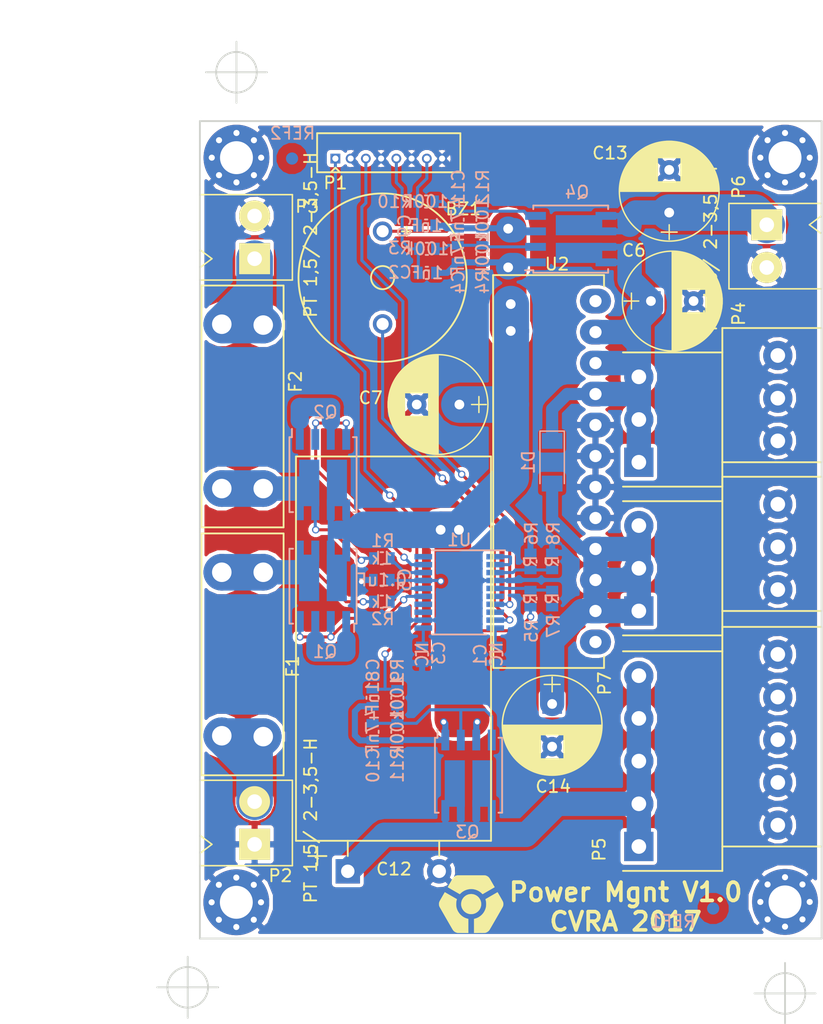
<source format=kicad_pcb>
(kicad_pcb (version 4) (host pcbnew 4.0.5)
  (title_block (title "Robot power management") (date 2017-03-05) (rev 1.0) (company "CVRA - Club Vaudois de Robotique Autonome"))
  (layers (0 F.Cu signal) (31 B.Cu signal) (34 B.Paste user) (35 F.Paste user) (36 B.SilkS user) (37 F.SilkS user) (38 B.Mask user) (39 F.Mask user) (44 Edge.Cuts user))
  (net 0 "")
  (net 1 VCC)
  (net 2 "Net-(BZ1-Pad2)")
  (net 3 GND)
  (net 4 "Net-(C1-Pad1)")
  (net 5 /~CMD_ON)
  (net 6 "Net-(C3-Pad1)")
  (net 7 "Net-(C4-Pad2)")
  (net 8 VCOM)
  (net 9 /~PWR_ON)
  (net 10 /~PC_ON)
  (net 11 "Net-(C10-Pad2)")
  (net 12 "Net-(C11-Pad2)")
  (net 13 "Net-(C12-Pad1)")
  (net 14 "Net-(C13-Pad1)")
  (net 15 +5V)
  (net 16 "Net-(F1-Pad1)")
  (net 17 "Net-(F1-Pad2)")
  (net 18 "Net-(F2-Pad1)")
  (net 19 "Net-(F2-Pad2)")
  (net 20 /~GLOBAL_ON)
  (net 21 "Net-(Q1-Pad1)")
  (net 22 "Net-(Q1-Pad2)")
  (net 23 "Net-(Q2-Pad1)")
  (net 24 "Net-(Q2-Pad2)")
  (net 25 "Net-(R1-Pad1)")
  (net 26 "Net-(R2-Pad1)")
  (net 27 "Net-(R5-Pad2)")
  (net 28 "Net-(R6-Pad2)")
  (net 29 "Net-(U1-Pad1)")
  (net 30 "Net-(U1-Pad6)")
  (net 31 "Net-(U1-Pad8)")
  (net 32 "Net-(U1-Pad13)")
  (net 33 "Net-(U1-Pad14)")
  (net 34 "Net-(U1-Pad20)")
  (net 35 "Net-(U2-Pad1)")
  (net 36 "Net-(U2-Pad12)")
  (module _std:_0603 (layer B.Cu) (at 179.324 124.46 270)
    (fp_text reference C1 (at 0.09 1.324 270) (layer B.SilkS) (effects (justify mirror)))
    (fp_text value NC (at 0 0 270) (layer B.SilkS) (effects (justify mirror)))
    (pad 2 smd rect (at 0.7 0 270) (size 0.7 1) (layers B.Cu B.Paste B.Mask) (net 3 GND))
    (pad 1 smd rect (at -0.7 0 270) (size 0.7 1) (layers B.Cu B.Paste B.Mask) (net 4 "Net-(C1-Pad1)"))
  )
  (module _std:_0603 (layer B.Cu) (at 173.621 93.188 180)
    (fp_text reference C2 (at 2.221 0.038 180) (layer B.SilkS) (effects (justify mirror)))
    (fp_text value 1nF (at 0 0 180) (layer B.SilkS) (effects (justify mirror)))
    (pad 2 smd rect (at 0.7 0 180) (size 0.7 1) (layers B.Cu B.Paste B.Mask) (net 5 /~CMD_ON))
    (pad 1 smd rect (at -0.7 0 180) (size 0.7 1) (layers B.Cu B.Paste B.Mask) (net 1 VCC))
  )
  (module _std:_0603 (layer B.Cu) (at 173.228 124.46 270)
    (fp_text reference C3 (at -0.11 -1.372 270) (layer B.SilkS) (effects (justify mirror)))
    (fp_text value NC (at 0 0 270) (layer B.SilkS) (effects (justify mirror)))
    (pad 2 smd rect (at 0.7 0 270) (size 0.7 1) (layers B.Cu B.Paste B.Mask) (net 3 GND))
    (pad 1 smd rect (at -0.7 0 270) (size 0.7 1) (layers B.Cu B.Paste B.Mask) (net 6 "Net-(C3-Pad1)"))
  )
  (module _std:_0603 (layer B.Cu) (at 176.149 91.6305 90)
    (fp_text reference C4 (at -2.3195 0.051 90) (layer B.SilkS) (effects (justify mirror)))
    (fp_text value 47nF (at 0 0 90) (layer B.SilkS) (effects (justify mirror)))
    (pad 2 smd rect (at 0.7 0 90) (size 0.7 1) (layers B.Cu B.Paste B.Mask) (net 7 "Net-(C4-Pad2)"))
    (pad 1 smd rect (at -0.7 0 90) (size 0.7 1) (layers B.Cu B.Paste B.Mask) (net 1 VCC))
  )
  (module _std:_0603 (layer B.Cu) (at 169.926 118.364 180)
    (fp_text reference C5 (at -1.874 0.014 450) (layer B.SilkS) (effects (justify mirror)))
    (fp_text value 0.1uF (at 0 0 180) (layer B.SilkS) (effects (justify mirror)))
    (pad 2 smd rect (at 0.7 0 180) (size 0.7 1) (layers B.Cu B.Paste B.Mask) (net 3 GND))
    (pad 1 smd rect (at -0.7 0 180) (size 0.7 1) (layers B.Cu B.Paste B.Mask) (net 1 VCC))
  )
  (module Capacitors_ThroughHole:CP_Radial_D8.0mm_P3.50mm (layer F.Cu) (at 192 95.5)
    (fp_text reference C6 (at -1.4 -4.15 180) (layer F.SilkS))
    (fp_text value 100uF)
    (pad 1 thru_hole rect (at 0 0) (size 1.6 1.6) (drill 0.8) (layers *.Cu *.Mask) (net 8 VCOM))
    (pad 2 thru_hole circle (at 3.5 0) (size 1.6 1.6) (drill 0.8) (layers *.Cu *.Mask) (net 3 GND))
  )
  (module Capacitors_ThroughHole:CP_Radial_D8.0mm_P3.50mm (layer F.Cu) (at 176.288 103.983 180)
    (fp_text reference C7 (at 7.2771 0.5461 180) (layer F.SilkS))
    (fp_text value 100uF)
    (pad 1 thru_hole rect (at 0 0 180) (size 1.6 1.6) (drill 0.8) (layers *.Cu *.Mask) (net 1 VCC))
    (pad 2 thru_hole circle (at 3.5 0 180) (size 1.6 1.6) (drill 0.8) (layers *.Cu *.Mask) (net 3 GND))
  )
  (module _std:_0603 (layer B.Cu) (at 169.164 128.016 90)
    (fp_text reference C8 (at 2.266 0.036 90) (layer B.SilkS) (effects (justify mirror)))
    (fp_text value 1nF (at 0 0 90) (layer B.SilkS) (effects (justify mirror)))
    (pad 2 smd rect (at 0.7 0 90) (size 0.7 1) (layers B.Cu B.Paste B.Mask) (net 9 /~PWR_ON))
    (pad 1 smd rect (at -0.7 0 90) (size 0.7 1) (layers B.Cu B.Paste B.Mask) (net 1 VCC))
  )
  (module _std:_0603 (layer B.Cu) (at 173.5575 89.3145 180)
    (fp_text reference C9 (at 1.7575 -0.0355 270) (layer B.SilkS) (effects (justify mirror)))
    (fp_text value 1nF (at 0 0 180) (layer B.SilkS) (effects (justify mirror)))
    (pad 2 smd rect (at 0.7 0 180) (size 0.7 1) (layers B.Cu B.Paste B.Mask) (net 10 /~PC_ON))
    (pad 1 smd rect (at -0.7 0 180) (size 0.7 1) (layers B.Cu B.Paste B.Mask) (net 1 VCC))
  )
  (module _std:_0603 (layer B.Cu) (at 169.164 130.81 90)
    (fp_text reference C10 (at -2.74 0.036 90) (layer B.SilkS) (effects (justify mirror)))
    (fp_text value 47nF (at 0 0 90) (layer B.SilkS) (effects (justify mirror)))
    (pad 2 smd rect (at 0.7 0 90) (size 0.7 1) (layers B.Cu B.Paste B.Mask) (net 11 "Net-(C10-Pad2)"))
    (pad 1 smd rect (at -0.7 0 90) (size 0.7 1) (layers B.Cu B.Paste B.Mask) (net 1 VCC))
  )
  (module _std:_0603 (layer B.Cu) (at 176.149 88.8365 90)
    (fp_text reference C11 (at 2.6865 0.051 90) (layer B.SilkS) (effects (justify mirror)))
    (fp_text value 47nF (at 0 0 90) (layer B.SilkS) (effects (justify mirror)))
    (pad 2 smd rect (at 0.7 0 90) (size 0.7 1) (layers B.Cu B.Paste B.Mask) (net 12 "Net-(C11-Pad2)"))
    (pad 1 smd rect (at -0.7 0 90) (size 0.7 1) (layers B.Cu B.Paste B.Mask) (net 1 VCC))
  )
  (module _div:CP_Radial_L31.50D16.00P7.50_H (layer F.Cu) (at 167.132 142.24 90)
    (fp_text reference C12 (at 0.1824 3.7839 180) (layer F.SilkS))
    (fp_text value 3.3mF)
    (pad 1 thru_hole rect (at 0 0 90) (size 2 2) (drill 1.1) (layers *.Cu *.Mask) (net 13 "Net-(C12-Pad1)"))
    (pad 2 thru_hole circle (at 0 7.5 90) (size 2 2) (drill 1.1) (layers *.Cu *.Mask) (net 3 GND))
  )
  (module Capacitors_ThroughHole:CP_Radial_D8.0mm_P3.50mm (layer F.Cu) (at 193.5 88.25 90)
    (fp_text reference C13 (at 4.8791 -4.8549 180) (layer F.SilkS))
    (fp_text value 100uF)
    (pad 1 thru_hole rect (at 0 0 90) (size 1.6 1.6) (drill 0.8) (layers *.Cu *.Mask) (net 14 "Net-(C13-Pad1)"))
    (pad 2 thru_hole circle (at 3.5 0 90) (size 1.6 1.6) (drill 0.8) (layers *.Cu *.Mask) (net 3 GND))
  )
  (module Capacitors_ThroughHole:CP_Radial_D8.0mm_P3.50mm (layer F.Cu) (at 183.896 128.524 270)
    (fp_text reference C14 (at 6.7645 -0.0882 360) (layer F.SilkS))
    (fp_text value 100uF)
    (pad 1 thru_hole rect (at 0 0 270) (size 1.6 1.6) (drill 0.8) (layers *.Cu *.Mask) (net 15 +5V))
    (pad 2 thru_hole circle (at 3.5 0 270) (size 1.6 1.6) (drill 0.8) (layers *.Cu *.Mask) (net 3 GND))
  )
  (module Diodes_SMD:D_MiniMELF_Standard (layer B.Cu) (at 183.896 108.712 270)
    (fp_text reference D1 (at 0 1.95 270) (layer B.SilkS) (effects (justify mirror)))
    (fp_text value LL103C-GS08)
    (pad 1 smd rect (at -1.75 0 270) (size 1.3 1.7) (layers B.Cu B.Paste B.Mask) (net 8 VCOM))
    (pad 2 smd rect (at 1.75 0 270) (size 1.3 1.7) (layers B.Cu B.Paste B.Mask) (net 15 +5V))
  )
  (module _div:FuseHolder-Keystone-3557-2 (layer F.Cu) (at 158.496 124.46 270)
    (fp_text reference F1 (at 0.9987 -4.1141 270) (layer F.SilkS))
    (fp_text value 20A)
    (pad 1 thru_hole circle (at -6.73 -1.7 270) (size 3 3) (drill 1.6) (layers *.Cu *.Mask) (net 16 "Net-(F1-Pad1)"))
    (pad 1 thru_hole circle (at -6.73 1.7 270) (size 3 3) (drill 1.6) (layers *.Cu *.Mask) (net 16 "Net-(F1-Pad1)"))
    (pad 2 thru_hole circle (at 6.74 -1.7 270) (size 3 3) (drill 1.6) (layers *.Cu *.Mask) (net 17 "Net-(F1-Pad2)"))
    (pad 2 thru_hole circle (at 6.67 1.7 270) (size 3 3) (drill 1.6) (layers *.Cu *.Mask) (net 17 "Net-(F1-Pad2)"))
  )
  (module _div:FuseHolder-Keystone-3557-2 (layer F.Cu) (at 158.496 104.14 90)
    (fp_text reference F2 (at 2.0366 4.3427 90) (layer F.SilkS))
    (fp_text value 20A)
    (pad 1 thru_hole circle (at -6.73 -1.7 90) (size 3 3) (drill 1.6) (layers *.Cu *.Mask) (net 18 "Net-(F2-Pad1)"))
    (pad 1 thru_hole circle (at -6.73 1.7 90) (size 3 3) (drill 1.6) (layers *.Cu *.Mask) (net 18 "Net-(F2-Pad1)"))
    (pad 2 thru_hole circle (at 6.74 -1.7 90) (size 3 3) (drill 1.6) (layers *.Cu *.Mask) (net 19 "Net-(F2-Pad2)"))
    (pad 2 thru_hole circle (at 6.67 1.7 90) (size 3 3) (drill 1.6) (layers *.Cu *.Mask) (net 19 "Net-(F2-Pad2)"))
  )
  (module _connectors:Molex-PicoBlade-8 (layer F.Cu) (at 166.116 83.82)
    (fp_text reference P1 (at 0 2) (layer F.SilkS))
    (fp_text value Picoblade hide)
    (pad 1 thru_hole rect (at 0 0) (size 0.8 0.8) (drill 0.5) (layers *.Cu *.Mask) (net 9 /~PWR_ON))
    (pad 2 thru_hole circle (at 1.25 0) (size 0.8 0.8) (drill 0.5) (layers *.Cu *.Mask) (net 3 GND))
    (pad 3 thru_hole circle (at 2.5 0) (size 0.8 0.8) (drill 0.5) (layers *.Cu *.Mask) (net 20 /~GLOBAL_ON))
    (pad 4 thru_hole circle (at 3.75 0) (size 0.8 0.8) (drill 0.5) (layers *.Cu *.Mask) (net 3 GND))
    (pad 5 thru_hole circle (at 5 0) (size 0.8 0.8) (drill 0.5) (layers *.Cu *.Mask) (net 5 /~CMD_ON))
    (pad 6 thru_hole circle (at 6.25 0) (size 0.8 0.8) (drill 0.5) (layers *.Cu *.Mask) (net 3 GND))
    (pad 7 thru_hole circle (at 7.5 0) (size 0.8 0.8) (drill 0.5) (layers *.Cu *.Mask) (net 10 /~PC_ON))
    (pad 8 thru_hole circle (at 8.75 0) (size 0.8 0.8) (drill 0.5) (layers *.Cu *.Mask) (net 3 GND))
  )
  (module cvra:Bornier_2p_3.5H (layer F.Cu) (at 159.488 138.28 90)
    (fp_text reference P2 (at -4.3237 2.1188 180) (layer F.SilkS))
    (fp_text value "PT 1,5/ 2-3,5-H" (at 0.20066 4.59994 90) (layer F.SilkS))
    (pad 1 thru_hole rect (at -1.75006 0 90) (size 2.54 2.54) (drill 1.2) (layers *.Cu *.Mask F.SilkS) (net 3 GND))
    (pad 2 thru_hole circle (at 1.75006 0 90) (size 2.54 2.54) (drill 1.2) (layers *.Cu *.Mask F.SilkS) (net 17 "Net-(F1-Pad2)"))
  )
  (module cvra:Bornier_2p_3.5H (layer F.Cu) (at 159.488 90.28 90)
    (fp_text reference P3 (at 2.53 4.312 180) (layer F.SilkS))
    (fp_text value "PT 1,5/ 2-3,5-H" (at 0.20066 4.59994 90) (layer F.SilkS))
    (pad 1 thru_hole rect (at -1.75006 0 90) (size 2.54 2.54) (drill 1.2) (layers *.Cu *.Mask F.SilkS) (net 19 "Net-(F2-Pad2)"))
    (pad 2 thru_hole circle (at 1.75006 0 90) (size 2.54 2.54) (drill 1.2) (layers *.Cu *.Mask F.SilkS) (net 3 GND))
  )
  (module _connectors:_Pheonix_MKKDS-1-3-3.5mm (layer F.Cu) (at 191.008 108.712 90)
    (fp_text reference P4 (at 12.162 8.192 90) (layer F.SilkS))
    (fp_text value "MKKDS 1/ 3-3,5")
    (pad 6 thru_hole circle (at 8.75 11.4 90) (size 2.4 2.4) (drill 1.2) (layers *.Cu *.Mask) (net 3 GND))
    (pad 2 thru_hole circle (at 1.75 11.4 90) (size 2.4 2.4) (drill 1.2) (layers *.Cu *.Mask) (net 3 GND))
    (pad 1 thru_hole rect (at 0 0 90) (size 2.4 2.4) (drill 1.2) (layers *.Cu *.Mask) (net 8 VCOM))
    (pad 3 thru_hole circle (at 3.5 0 90) (size 2.4 2.4) (drill 1.2) (layers *.Cu *.Mask) (net 8 VCOM))
    (pad 4 thru_hole circle (at 5.25 11.4 90) (size 2.4 2.4) (drill 1.2) (layers *.Cu *.Mask) (net 3 GND))
    (pad 5 thru_hole circle (at 7 0 90) (size 2.4 2.4) (drill 1.2) (layers *.Cu *.Mask) (net 8 VCOM))
  )
  (module _connectors:_Pheonix_MKKDS-1-5-3.5mm (layer F.Cu) (at 191.008 140.208 90)
    (fp_text reference P5 (at -0.2494 -3.2519 90) (layer F.SilkS))
    (fp_text value "MKKDS 1/ 5-3,5")
    (pad 10 thru_hole circle (at 15.75 11.4 90) (size 2.4 2.4) (drill 1.2) (layers *.Cu *.Mask) (net 3 GND))
    (pad 9 thru_hole circle (at 14 0 90) (size 2.4 2.4) (drill 1.2) (layers *.Cu *.Mask) (net 13 "Net-(C12-Pad1)"))
    (pad 8 thru_hole circle (at 12.25 11.4 90) (size 2.4 2.4) (drill 1.2) (layers *.Cu *.Mask) (net 3 GND))
    (pad 7 thru_hole circle (at 10.5 0 90) (size 2.4 2.4) (drill 1.2) (layers *.Cu *.Mask) (net 13 "Net-(C12-Pad1)"))
    (pad 6 thru_hole circle (at 8.75 11.4 90) (size 2.4 2.4) (drill 1.2) (layers *.Cu *.Mask) (net 3 GND))
    (pad 2 thru_hole circle (at 1.75 11.4 90) (size 2.4 2.4) (drill 1.2) (layers *.Cu *.Mask) (net 3 GND))
    (pad 1 thru_hole rect (at 0 0 90) (size 2.4 2.4) (drill 1.2) (layers *.Cu *.Mask) (net 13 "Net-(C12-Pad1)"))
    (pad 3 thru_hole circle (at 3.5 0 90) (size 2.4 2.4) (drill 1.2) (layers *.Cu *.Mask) (net 13 "Net-(C12-Pad1)"))
    (pad 4 thru_hole circle (at 5.25 11.4 90) (size 2.4 2.4) (drill 1.2) (layers *.Cu *.Mask) (net 3 GND))
    (pad 5 thru_hole circle (at 7 0 90) (size 2.4 2.4) (drill 1.2) (layers *.Cu *.Mask) (net 13 "Net-(C12-Pad1)"))
  )
  (module cvra:Bornier_2p_3.5H (layer F.Cu) (at 201.5 91 270)
    (fp_text reference P6 (at -4.85 2.3 450) (layer F.SilkS))
    (fp_text value "PT 1,5/ 2-3,5-H" (at 0.20066 4.59994 270) (layer F.SilkS))
    (pad 1 thru_hole rect (at -1.75006 0 270) (size 2.54 2.54) (drill 1.2) (layers *.Cu *.Mask F.SilkS) (net 14 "Net-(C13-Pad1)"))
    (pad 2 thru_hole circle (at 1.75006 0 270) (size 2.54 2.54) (drill 1.2) (layers *.Cu *.Mask F.SilkS) (net 3 GND))
  )
  (module _connectors:_Pheonix_MKKDS-1-3-3.5mm (layer F.Cu) (at 191.008 120.904 90)
    (fp_text reference P7 (at -5.939 -2.8074 90) (layer F.SilkS))
    (fp_text value "MKKDS 1/ 3-3,5")
    (pad 6 thru_hole circle (at 8.75 11.4 90) (size 2.4 2.4) (drill 1.2) (layers *.Cu *.Mask) (net 3 GND))
    (pad 2 thru_hole circle (at 1.75 11.4 90) (size 2.4 2.4) (drill 1.2) (layers *.Cu *.Mask) (net 3 GND))
    (pad 1 thru_hole rect (at 0 0 90) (size 2.4 2.4) (drill 1.2) (layers *.Cu *.Mask) (net 15 +5V))
    (pad 3 thru_hole circle (at 3.5 0 90) (size 2.4 2.4) (drill 1.2) (layers *.Cu *.Mask) (net 15 +5V))
    (pad 4 thru_hole circle (at 5.25 11.4 90) (size 2.4 2.4) (drill 1.2) (layers *.Cu *.Mask) (net 3 GND))
    (pad 5 thru_hole circle (at 7 0 90) (size 2.4 2.4) (drill 1.2) (layers *.Cu *.Mask) (net 15 +5V))
  )
  (module _std:_0603 (layer B.Cu) (at 169.926 116.586 180)
    (fp_text reference R1 (at -0.074 1.436 180) (layer B.SilkS) (effects (justify mirror)))
    (fp_text value 1k (at 0 0 180) (layer B.SilkS) (effects (justify mirror)))
    (pad 2 smd rect (at 0.7 0 180) (size 0.7 1) (layers B.Cu B.Paste B.Mask) (net 18 "Net-(F2-Pad1)"))
    (pad 1 smd rect (at -0.7 0 180) (size 0.7 1) (layers B.Cu B.Paste B.Mask) (net 25 "Net-(R1-Pad1)"))
  )
  (module _std:_0603 (layer B.Cu) (at 169.926 120.142 180)
    (fp_text reference R2 (at -0.074 -1.408 180) (layer B.SilkS) (effects (justify mirror)))
    (fp_text value 1k (at 0 0 180) (layer B.SilkS) (effects (justify mirror)))
    (pad 2 smd rect (at 0.7 0 180) (size 0.7 1) (layers B.Cu B.Paste B.Mask) (net 16 "Net-(F1-Pad1)"))
    (pad 1 smd rect (at -0.7 0 180) (size 0.7 1) (layers B.Cu B.Paste B.Mask) (net 26 "Net-(R2-Pad1)"))
  )
  (module _std:_0603 (layer B.Cu) (at 173.621 91.2195 180)
    (fp_text reference R3 (at 2.221 0.0695 180) (layer B.SilkS) (effects (justify mirror)))
    (fp_text value 100k (at 0 0 180) (layer B.SilkS) (effects (justify mirror)))
    (pad 2 smd rect (at 0.7 0 180) (size 0.7 1) (layers B.Cu B.Paste B.Mask) (net 5 /~CMD_ON))
    (pad 1 smd rect (at -0.7 0 180) (size 0.7 1) (layers B.Cu B.Paste B.Mask) (net 7 "Net-(C4-Pad2)"))
  )
  (module _std:_0603 (layer B.Cu) (at 178.181 91.6305 90)
    (fp_text reference R4 (at -2.3195 0.019 90) (layer B.SilkS) (effects (justify mirror)))
    (fp_text value 100k (at 0 0 90) (layer B.SilkS) (effects (justify mirror)))
    (pad 2 smd rect (at 0.7 0 90) (size 0.7 1) (layers B.Cu B.Paste B.Mask) (net 7 "Net-(C4-Pad2)"))
    (pad 1 smd rect (at -0.7 0 90) (size 0.7 1) (layers B.Cu B.Paste B.Mask) (net 1 VCC))
  )
  (module _std:_0603 (layer B.Cu) (at 182.118 119.888 90)
    (fp_text reference R5 (at -2.662 0.082 90) (layer B.SilkS) (effects (justify mirror)))
    (fp_text value R (at 0 0 90) (layer B.SilkS) (effects (justify mirror)))
    (pad 2 smd rect (at 0.7 0 90) (size 0.7 1) (layers B.Cu B.Paste B.Mask) (net 27 "Net-(R5-Pad2)"))
    (pad 1 smd rect (at -0.7 0 90) (size 0.7 1) (layers B.Cu B.Paste B.Mask) (net 1 VCC))
  )
  (module _std:_0603 (layer B.Cu) (at 182.118 116.84 270)
    (fp_text reference R6 (at -2.29 -0.082 270) (layer B.SilkS) (effects (justify mirror)))
    (fp_text value R (at 0 0 270) (layer B.SilkS) (effects (justify mirror)))
    (pad 2 smd rect (at 0.7 0 270) (size 0.7 1) (layers B.Cu B.Paste B.Mask) (net 28 "Net-(R6-Pad2)"))
    (pad 1 smd rect (at -0.7 0 270) (size 0.7 1) (layers B.Cu B.Paste B.Mask) (net 1 VCC))
  )
  (module _std:_0603 (layer B.Cu) (at 183.896 119.888 90)
    (fp_text reference R7 (at -2.262 0.104 90) (layer B.SilkS) (effects (justify mirror)))
    (fp_text value R (at 0 0 90) (layer B.SilkS) (effects (justify mirror)))
    (pad 2 smd rect (at 0.7 0 90) (size 0.7 1) (layers B.Cu B.Paste B.Mask) (net 27 "Net-(R5-Pad2)"))
    (pad 1 smd rect (at -0.7 0 90) (size 0.7 1) (layers B.Cu B.Paste B.Mask) (net 3 GND))
  )
  (module _std:_0603 (layer B.Cu) (at 183.896 116.84 270)
    (fp_text reference R8 (at -2.29 -0.104 270) (layer B.SilkS) (effects (justify mirror)))
    (fp_text value R (at 0 0 270) (layer B.SilkS) (effects (justify mirror)))
    (pad 2 smd rect (at 0.7 0 270) (size 0.7 1) (layers B.Cu B.Paste B.Mask) (net 28 "Net-(R6-Pad2)"))
    (pad 1 smd rect (at -0.7 0 270) (size 0.7 1) (layers B.Cu B.Paste B.Mask) (net 3 GND))
  )
  (module _std:_0603 (layer B.Cu) (at 171.196 128.016 90)
    (fp_text reference R9 (at 2.266 0.004 90) (layer B.SilkS) (effects (justify mirror)))
    (fp_text value 100k (at 0 0 90) (layer B.SilkS) (effects (justify mirror)))
    (pad 2 smd rect (at 0.7 0 90) (size 0.7 1) (layers B.Cu B.Paste B.Mask) (net 9 /~PWR_ON))
    (pad 1 smd rect (at -0.7 0 90) (size 0.7 1) (layers B.Cu B.Paste B.Mask) (net 11 "Net-(C10-Pad2)"))
  )
  (module _std:_0603 (layer B.Cu) (at 173.5575 87.346 180)
    (fp_text reference R10 (at 2.5575 -0.004 180) (layer B.SilkS) (effects (justify mirror)))
    (fp_text value 100k (at 0 0 180) (layer B.SilkS) (effects (justify mirror)))
    (pad 2 smd rect (at 0.7 0 180) (size 0.7 1) (layers B.Cu B.Paste B.Mask) (net 10 /~PC_ON))
    (pad 1 smd rect (at -0.7 0 180) (size 0.7 1) (layers B.Cu B.Paste B.Mask) (net 12 "Net-(C11-Pad2)"))
  )
  (module _std:_0603 (layer B.Cu) (at 171.196 130.81 90)
    (fp_text reference R11 (at -2.74 0.004 90) (layer B.SilkS) (effects (justify mirror)))
    (fp_text value 100k (at 0 0 90) (layer B.SilkS) (effects (justify mirror)))
    (pad 2 smd rect (at 0.7 0 90) (size 0.7 1) (layers B.Cu B.Paste B.Mask) (net 11 "Net-(C10-Pad2)"))
    (pad 1 smd rect (at -0.7 0 90) (size 0.7 1) (layers B.Cu B.Paste B.Mask) (net 1 VCC))
  )
  (module _std:_0603 (layer B.Cu) (at 178.181 88.8365 90)
    (fp_text reference R12 (at 2.6865 0.019 90) (layer B.SilkS) (effects (justify mirror)))
    (fp_text value 100k (at 0 0 90) (layer B.SilkS) (effects (justify mirror)))
    (pad 2 smd rect (at 0.7 0 90) (size 0.7 1) (layers B.Cu B.Paste B.Mask) (net 12 "Net-(C11-Pad2)"))
    (pad 1 smd rect (at -0.7 0 90) (size 0.7 1) (layers B.Cu B.Paste B.Mask) (net 1 VCC))
  )
  (module Housings_SSOP:TSSOP-20_4.4x6.5mm_Pitch0.65mm (layer B.Cu) (at 176.276 119.38 180)
    (fp_text reference U1 (at 0 4.3 180) (layer B.SilkS) (effects (justify mirror)))
    (fp_text value LTC2952_TSSOP20)
    (pad 1 smd rect (at -2.95 2.925 180) (size 1.45 0.45) (layers B.Cu B.Paste B.Mask) (net 29 "Net-(U1-Pad1)"))
    (pad 2 smd rect (at -2.95 2.275 180) (size 1.45 0.45) (layers B.Cu B.Paste B.Mask) (net 29 "Net-(U1-Pad1)"))
    (pad 3 smd rect (at -2.95 1.625 180) (size 1.45 0.45) (layers B.Cu B.Paste B.Mask) (net 28 "Net-(R6-Pad2)"))
    (pad 4 smd rect (at -2.95 0.975 180) (size 1.45 0.45) (layers B.Cu B.Paste B.Mask) (net 3 GND))
    (pad 5 smd rect (at -2.95 0.325 180) (size 1.45 0.45) (layers B.Cu B.Paste B.Mask) (net 27 "Net-(R5-Pad2)"))
    (pad 6 smd rect (at -2.95 -0.325 180) (size 1.45 0.45) (layers B.Cu B.Paste B.Mask) (net 30 "Net-(U1-Pad6)"))
    (pad 7 smd rect (at -2.95 -0.975 180) (size 1.45 0.45) (layers B.Cu B.Paste B.Mask) (net 20 /~GLOBAL_ON))
    (pad 8 smd rect (at -2.95 -1.625 180) (size 1.45 0.45) (layers B.Cu B.Paste B.Mask) (net 31 "Net-(U1-Pad8)"))
    (pad 9 smd rect (at -2.95 -2.275 180) (size 1.45 0.45) (layers B.Cu B.Paste B.Mask) (net 2 "Net-(BZ1-Pad2)"))
    (pad 10 smd rect (at -2.95 -2.925 180) (size 1.45 0.45) (layers B.Cu B.Paste B.Mask) (net 4 "Net-(C1-Pad1)"))
    (pad 11 smd rect (at 2.95 -2.925 180) (size 1.45 0.45) (layers B.Cu B.Paste B.Mask) (net 6 "Net-(C3-Pad1)"))
    (pad 12 smd rect (at 2.95 -2.275 180) (size 1.45 0.45) (layers B.Cu B.Paste B.Mask) (net 3 GND))
    (pad 13 smd rect (at 2.95 -1.625 180) (size 1.45 0.45) (layers B.Cu B.Paste B.Mask) (net 32 "Net-(U1-Pad13)"))
    (pad 14 smd rect (at 2.95 -0.975 180) (size 1.45 0.45) (layers B.Cu B.Paste B.Mask) (net 33 "Net-(U1-Pad14)"))
    (pad 15 smd rect (at 2.95 -0.325 180) (size 1.45 0.45) (layers B.Cu B.Paste B.Mask) (net 22 "Net-(Q1-Pad2)"))
    (pad 16 smd rect (at 2.95 0.325 180) (size 1.45 0.45) (layers B.Cu B.Paste B.Mask) (net 26 "Net-(R2-Pad1)"))
    (pad 17 smd rect (at 2.95 0.975 180) (size 1.45 0.45) (layers B.Cu B.Paste B.Mask) (net 1 VCC))
    (pad 18 smd rect (at 2.95 1.625 180) (size 1.45 0.45) (layers B.Cu B.Paste B.Mask) (net 25 "Net-(R1-Pad1)"))
    (pad 19 smd rect (at 2.95 2.275 180) (size 1.45 0.45) (layers B.Cu B.Paste B.Mask) (net 24 "Net-(Q2-Pad2)"))
    (pad 20 smd rect (at 2.95 2.925 180) (size 1.45 0.45) (layers B.Cu B.Paste B.Mask) (net 34 "Net-(U1-Pad20)"))
  )
  (module _div:DCDC-Conv_Recom_R-5xxxPA (layer F.Cu) (at 187.452 95.504 270)
    (fp_text reference U2 (at -3.0272 3.1503 360) (layer F.SilkS))
    (fp_text value R-555.0PA)
    (pad 2 thru_hole oval (at 2.54 0 270) (size 2.032 2.54) (drill 1) (layers *.Cu *.Mask) (net 8 VCOM))
    (pad 3 thru_hole oval (at 5.08 0 270) (size 2.032 2.54) (drill 1) (layers *.Cu *.Mask) (net 8 VCOM))
    (pad 1 thru_hole oval (at 0 0 270) (size 2.032 2.54) (drill 1) (layers *.Cu *.Mask) (net 35 "Net-(U2-Pad1)"))
    (pad 4 thru_hole oval (at 7.62 0 270) (size 2.032 2.54) (drill 1) (layers *.Cu *.Mask) (net 8 VCOM))
    (pad 5 thru_hole oval (at 10.16 0 270) (size 2.032 2.54) (drill 1) (layers *.Cu *.Mask) (net 3 GND))
    (pad 6 thru_hole oval (at 12.7 0 270) (size 2.032 2.54) (drill 1) (layers *.Cu *.Mask) (net 3 GND))
    (pad 7 thru_hole oval (at 15.24 0 270) (size 2.032 2.54) (drill 1) (layers *.Cu *.Mask) (net 3 GND))
    (pad 8 thru_hole oval (at 17.78 0 270) (size 2.032 2.54) (drill 1) (layers *.Cu *.Mask) (net 3 GND))
    (pad 9 thru_hole oval (at 20.32 0 270) (size 2.032 2.54) (drill 1) (layers *.Cu *.Mask) (net 15 +5V))
    (pad 10 thru_hole oval (at 22.86 0 270) (size 2.032 2.54) (drill 1) (layers *.Cu *.Mask) (net 15 +5V))
    (pad 11 thru_hole oval (at 25.4 0 270) (size 2.032 2.54) (drill 1) (layers *.Cu *.Mask) (net 15 +5V))
    (pad 12 thru_hole oval (at 27.94 0 270) (size 2.032 2.54) (drill 1) (layers *.Cu *.Mask) (net 36 "Net-(U2-Pad12)"))
  )
  (module Mounting_Holes:MountingHole_2.7mm_M2.5_Pad_Via (layer F.Cu) (at 203 83.75)
    (fp_text reference MEC1 hide)
    (fp_text value D2.7)
    (pad 1 thru_hole circle (at 0 0) (size 5.4 5.4) (drill 2.7) (layers *.Cu *.Mask) (net 3 GND))
    (pad "" thru_hole circle (at 2.025 0) (size 0.6 0.6) (drill 0.5) (layers *.Cu *.Mask))
    (pad "" thru_hole circle (at 1.431891 1.431891) (size 0.6 0.6) (drill 0.5) (layers *.Cu *.Mask))
    (pad "" thru_hole circle (at 0 2.025) (size 0.6 0.6) (drill 0.5) (layers *.Cu *.Mask))
    (pad "" thru_hole circle (at -1.431891 1.431891) (size 0.6 0.6) (drill 0.5) (layers *.Cu *.Mask))
    (pad "" thru_hole circle (at -2.025 0) (size 0.6 0.6) (drill 0.5) (layers *.Cu *.Mask))
    (pad "" thru_hole circle (at -1.431891 -1.431891) (size 0.6 0.6) (drill 0.5) (layers *.Cu *.Mask))
    (pad "" thru_hole circle (at 0 -2.025) (size 0.6 0.6) (drill 0.5) (layers *.Cu *.Mask))
    (pad "" thru_hole circle (at 1.431891 -1.431891) (size 0.6 0.6) (drill 0.5) (layers *.Cu *.Mask))
  )
  (module Mounting_Holes:MountingHole_2.7mm_M2.5_Pad_Via (layer F.Cu) (at 157.988 144.78)
    (fp_text reference MEC2 hide)
    (fp_text value D2.7)
    (pad 1 thru_hole circle (at 0 0) (size 5.4 5.4) (drill 2.7) (layers *.Cu *.Mask) (net 3 GND))
    (pad "" thru_hole circle (at 2.025 0) (size 0.6 0.6) (drill 0.5) (layers *.Cu *.Mask))
    (pad "" thru_hole circle (at 1.431891 1.431891) (size 0.6 0.6) (drill 0.5) (layers *.Cu *.Mask))
    (pad "" thru_hole circle (at 0 2.025) (size 0.6 0.6) (drill 0.5) (layers *.Cu *.Mask))
    (pad "" thru_hole circle (at -1.431891 1.431891) (size 0.6 0.6) (drill 0.5) (layers *.Cu *.Mask))
    (pad "" thru_hole circle (at -2.025 0) (size 0.6 0.6) (drill 0.5) (layers *.Cu *.Mask))
    (pad "" thru_hole circle (at -1.431891 -1.431891) (size 0.6 0.6) (drill 0.5) (layers *.Cu *.Mask))
    (pad "" thru_hole circle (at 0 -2.025) (size 0.6 0.6) (drill 0.5) (layers *.Cu *.Mask))
    (pad "" thru_hole circle (at 1.431891 -1.431891) (size 0.6 0.6) (drill 0.5) (layers *.Cu *.Mask))
  )
  (module Mounting_Holes:MountingHole_2.7mm_M2.5_Pad_Via (layer F.Cu) (at 203 144.75)
    (fp_text reference MEC3 hide)
    (fp_text value D2.7)
    (pad 1 thru_hole circle (at 0 0) (size 5.4 5.4) (drill 2.7) (layers *.Cu *.Mask) (net 3 GND))
    (pad "" thru_hole circle (at 2.025 0) (size 0.6 0.6) (drill 0.5) (layers *.Cu *.Mask))
    (pad "" thru_hole circle (at 1.431891 1.431891) (size 0.6 0.6) (drill 0.5) (layers *.Cu *.Mask))
    (pad "" thru_hole circle (at 0 2.025) (size 0.6 0.6) (drill 0.5) (layers *.Cu *.Mask))
    (pad "" thru_hole circle (at -1.431891 1.431891) (size 0.6 0.6) (drill 0.5) (layers *.Cu *.Mask))
    (pad "" thru_hole circle (at -2.025 0) (size 0.6 0.6) (drill 0.5) (layers *.Cu *.Mask))
    (pad "" thru_hole circle (at -1.431891 -1.431891) (size 0.6 0.6) (drill 0.5) (layers *.Cu *.Mask))
    (pad "" thru_hole circle (at 0 -2.025) (size 0.6 0.6) (drill 0.5) (layers *.Cu *.Mask))
    (pad "" thru_hole circle (at 1.431891 -1.431891) (size 0.6 0.6) (drill 0.5) (layers *.Cu *.Mask))
  )
  (module Mounting_Holes:MountingHole_2.7mm_M2.5_Pad_Via (layer F.Cu) (at 158 83.75)
    (fp_text reference MEC4 hide)
    (fp_text value D2.7)
    (pad 1 thru_hole circle (at 0 0) (size 5.4 5.4) (drill 2.7) (layers *.Cu *.Mask) (net 3 GND))
    (pad "" thru_hole circle (at 2.025 0) (size 0.6 0.6) (drill 0.5) (layers *.Cu *.Mask))
    (pad "" thru_hole circle (at 1.431891 1.431891) (size 0.6 0.6) (drill 0.5) (layers *.Cu *.Mask))
    (pad "" thru_hole circle (at 0 2.025) (size 0.6 0.6) (drill 0.5) (layers *.Cu *.Mask))
    (pad "" thru_hole circle (at -1.431891 1.431891) (size 0.6 0.6) (drill 0.5) (layers *.Cu *.Mask))
    (pad "" thru_hole circle (at -2.025 0) (size 0.6 0.6) (drill 0.5) (layers *.Cu *.Mask))
    (pad "" thru_hole circle (at -1.431891 -1.431891) (size 0.6 0.6) (drill 0.5) (layers *.Cu *.Mask))
    (pad "" thru_hole circle (at 0 -2.025) (size 0.6 0.6) (drill 0.5) (layers *.Cu *.Mask))
    (pad "" thru_hole circle (at 1.431891 -1.431891) (size 0.6 0.6) (drill 0.5) (layers *.Cu *.Mask))
  )
  (module Fiducials:Fiducial_1mm_Dia_2.54mm_Outer_CopperBottom (layer F.Cu) (at 197.104 145.288)
    (fp_text reference REF1 (at -3.3154 1.0622) (layer B.SilkS) (effects (justify mirror)))
    (fp_text value REF)
    (pad ~ smd circle (at 0 0) (size 1 1) (layers B.Cu B.Mask) (clearance 0.77))
  )
  (module Fiducials:Fiducial_1mm_Dia_2.54mm_Outer_CopperBottom (layer F.Cu) (at 162.56 83.82)
    (fp_text reference REF2 (at 0.04 -2.07) (layer B.SilkS) (effects (justify mirror)))
    (fp_text value REF)
    (pad ~ smd circle (at 0 0) (size 1 1) (layers B.Cu B.Mask) (clearance 0.77))
  )
  (module _std:PowerPak-SO8_5.15x6.15mm_Pitch1.27mm (layer B.Cu) (at 165.1 118.872 90)
    (fp_text reference Q1 (at -5.3675 0.1644 360) (layer B.SilkS) (effects (justify mirror)))
    (fp_text value Si7997DP)
    (pad 1 smd rect (at -2.885 1.905 90) (size 1.7 0.65) (layers B.Cu B.Paste B.Mask) (net 21 "Net-(Q1-Pad1)"))
    (pad 2 smd rect (at -2.885 0.635 90) (size 1.7 0.65) (layers B.Cu B.Paste B.Mask) (net 22 "Net-(Q1-Pad2)"))
    (pad 3 smd rect (at -2.885 -0.635 90) (size 1.7 0.65) (layers B.Cu B.Paste B.Mask) (net 21 "Net-(Q1-Pad1)"))
    (pad 4 smd rect (at -2.885 -1.905 90) (size 1.7 0.65) (layers B.Cu B.Paste B.Mask) (net 22 "Net-(Q1-Pad2)"))
    (pad 5 smd rect (at 2.885 -1.905 90) (size 1.7 0.65) (layers B.Cu B.Paste B.Mask) (net 16 "Net-(F1-Pad1)"))
    (pad 6 smd rect (at 2.885 -0.635 90) (size 1.7 0.65) (layers B.Cu B.Paste B.Mask) (net 16 "Net-(F1-Pad1)"))
    (pad 7 smd rect (at 2.885 0.635 90) (size 1.7 0.65) (layers B.Cu B.Paste B.Mask) (net 1 VCC))
    (pad 8 smd rect (at 2.885 1.905 90) (size 1.7 0.65) (layers B.Cu B.Paste B.Mask) (net 1 VCC))
    (pad 9 smd rect (at 0.68 1.13 90) (size 3.81 1.65) (layers B.Cu B.Paste B.Mask))
    (pad 10 smd rect (at 0.68 -1.14 90) (size 3.81 1.65) (layers B.Cu B.Paste B.Mask))
  )
  (module _std:PowerPak-SO8_5.15x6.15mm_Pitch1.27mm (layer B.Cu) (at 165.1 109.728 270)
    (fp_text reference Q2 (at -5.1227 -0.1898 360) (layer B.SilkS) (effects (justify mirror)))
    (fp_text value Si7997DP)
    (pad 1 smd rect (at -2.885 1.905 270) (size 1.7 0.65) (layers B.Cu B.Paste B.Mask) (net 23 "Net-(Q2-Pad1)"))
    (pad 2 smd rect (at -2.885 0.635 270) (size 1.7 0.65) (layers B.Cu B.Paste B.Mask) (net 24 "Net-(Q2-Pad2)"))
    (pad 3 smd rect (at -2.885 -0.635 270) (size 1.7 0.65) (layers B.Cu B.Paste B.Mask) (net 23 "Net-(Q2-Pad1)"))
    (pad 4 smd rect (at -2.885 -1.905 270) (size 1.7 0.65) (layers B.Cu B.Paste B.Mask) (net 24 "Net-(Q2-Pad2)"))
    (pad 5 smd rect (at 2.885 -1.905 270) (size 1.7 0.65) (layers B.Cu B.Paste B.Mask) (net 1 VCC))
    (pad 6 smd rect (at 2.885 -0.635 270) (size 1.7 0.65) (layers B.Cu B.Paste B.Mask) (net 1 VCC))
    (pad 7 smd rect (at 2.885 0.635 270) (size 1.7 0.65) (layers B.Cu B.Paste B.Mask) (net 18 "Net-(F2-Pad1)"))
    (pad 8 smd rect (at 2.885 1.905 270) (size 1.7 0.65) (layers B.Cu B.Paste B.Mask) (net 18 "Net-(F2-Pad1)"))
    (pad 9 smd rect (at 0.68 1.13 270) (size 3.81 1.65) (layers B.Cu B.Paste B.Mask))
    (pad 10 smd rect (at 0.68 -1.14 270) (size 3.81 1.65) (layers B.Cu B.Paste B.Mask))
  )
  (module _std:PowerPak-SO8_5.15x6.15mm_Pitch1.27mm (layer B.Cu) (at 177.038 134.366 270)
    (fp_text reference Q3 (at 4.6563 0.0896 360) (layer B.SilkS) (effects (justify mirror)))
    (fp_text value Si7997DP)
    (pad 1 smd rect (at -2.885 1.905 270) (size 1.7 0.65) (layers B.Cu B.Paste B.Mask) (net 1 VCC))
    (pad 2 smd rect (at -2.885 0.635 270) (size 1.7 0.65) (layers B.Cu B.Paste B.Mask) (net 11 "Net-(C10-Pad2)"))
    (pad 3 smd rect (at -2.885 -0.635 270) (size 1.7 0.65) (layers B.Cu B.Paste B.Mask) (net 1 VCC))
    (pad 4 smd rect (at -2.885 -1.905 270) (size 1.7 0.65) (layers B.Cu B.Paste B.Mask) (net 11 "Net-(C10-Pad2)"))
    (pad 5 smd rect (at 2.885 -1.905 270) (size 1.7 0.65) (layers B.Cu B.Paste B.Mask) (net 13 "Net-(C12-Pad1)"))
    (pad 6 smd rect (at 2.885 -0.635 270) (size 1.7 0.65) (layers B.Cu B.Paste B.Mask) (net 13 "Net-(C12-Pad1)"))
    (pad 7 smd rect (at 2.885 0.635 270) (size 1.7 0.65) (layers B.Cu B.Paste B.Mask) (net 13 "Net-(C12-Pad1)"))
    (pad 8 smd rect (at 2.885 1.905 270) (size 1.7 0.65) (layers B.Cu B.Paste B.Mask) (net 13 "Net-(C12-Pad1)"))
    (pad 9 smd rect (at 0.68 1.13 270) (size 3.81 1.65) (layers B.Cu B.Paste B.Mask))
    (pad 10 smd rect (at 0.68 -1.14 270) (size 3.81 1.65) (layers B.Cu B.Paste B.Mask))
  )
  (module _std:PowerPak-SO8_5.15x6.15mm_Pitch1.27mm (layer B.Cu) (at 185.42 90.424)
    (fp_text reference Q4 (at 0.52 -3.84) (layer B.SilkS) (effects (justify mirror)))
    (fp_text value Si7997DP)
    (pad 1 smd rect (at -2.885 1.905) (size 1.7 0.65) (layers B.Cu B.Paste B.Mask) (net 1 VCC))
    (pad 2 smd rect (at -2.885 0.635) (size 1.7 0.65) (layers B.Cu B.Paste B.Mask) (net 7 "Net-(C4-Pad2)"))
    (pad 3 smd rect (at -2.885 -0.635) (size 1.7 0.65) (layers B.Cu B.Paste B.Mask) (net 1 VCC))
    (pad 4 smd rect (at -2.885 -1.905) (size 1.7 0.65) (layers B.Cu B.Paste B.Mask) (net 12 "Net-(C11-Pad2)"))
    (pad 5 smd rect (at 2.885 -1.905) (size 1.7 0.65) (layers B.Cu B.Paste B.Mask) (net 14 "Net-(C13-Pad1)"))
    (pad 6 smd rect (at 2.885 -0.635) (size 1.7 0.65) (layers B.Cu B.Paste B.Mask) (net 14 "Net-(C13-Pad1)"))
    (pad 7 smd rect (at 2.885 0.635) (size 1.7 0.65) (layers B.Cu B.Paste B.Mask) (net 8 VCOM))
    (pad 8 smd rect (at 2.885 1.905) (size 1.7 0.65) (layers B.Cu B.Paste B.Mask) (net 8 VCOM))
    (pad 9 smd rect (at 0.68 1.13) (size 3.81 1.65) (layers B.Cu B.Paste B.Mask))
    (pad 10 smd rect (at 0.68 -1.14) (size 3.81 1.65) (layers B.Cu B.Paste B.Mask))
  )
  (module _logo:CVRA-logo (layer F.Cu) (at 177.2532 144.9278)
    (fp_text reference G*** hide)
    (fp_text value LOGO hide)
  )
  (module _div:_Buzzer_PUIAudio_AI-1433-TWT-R (layer F.Cu) (at 169.988 89.78 270)
    (fp_text reference BZ1 (at -1.83 -6.612 360) (layer F.SilkS))
    (fp_text value Buzzer)
    (fp_text user + (at 0.0105 -1.89898 270) (layer F.SilkS))
    (pad 1 thru_hole circle (at 0 0 270) (size 1.6 1.6) (drill 1) (layers *.Cu *.Mask) (net 1 VCC))
    (pad 2 thru_hole circle (at 7.6 0 270) (size 1.6 1.6) (drill 1) (layers *.Cu *.Mask) (net 2 "Net-(BZ1-Pad2)"))
  )
  (gr_text "Power Mgnt V1.0\nCVRA 2017" (at 189.9278 145.1564) (layer F.SilkS) (effects (font (size 1.5 1.5) (thickness 0.3))))
  (target plus (at 158 76.75) (size 5) (width 0.15) (layer Edge.Cuts))
  (target plus (at 203 152.25) (size 5) (width 0.15) (layer Edge.Cuts))
  (target plus (at 154 151.75) (size 5) (width 0.15) (layer Edge.Cuts))
  (gr_line (start 155 80.75) (end 155 147.75) (angle 90) (layer Edge.Cuts) (width 0.15))
  (gr_line (start 206 80.75) (end 155 80.75) (angle 90) (layer Edge.Cuts) (width 0.15))
  (gr_line (start 206 147.75) (end 206 80.75) (angle 90) (layer Edge.Cuts) (width 0.15))
  (gr_line (start 155 147.75) (end 206 147.75) (angle 90) (layer Edge.Cuts) (width 0.15))
  (segment (start 169.988 89.78) (end 175.251 89.78) (width 0.25) (layer F.Cu) (net 1))
  (segment (start 175.4625 89.5685) (end 180.2885 89.5685) (width 0.25) (layer F.Cu) (net 1))
  (segment (start 175.251 89.78) (end 175.4625 89.5685) (width 0.25) (layer F.Cu) (net 1))
  (segment (start 182.118 120.588) (end 182.118 121.37) (width 0.25) (layer B.Cu) (net 1))
  (segment (start 180.987 122.525) (end 175.75 122.525) (width 0.25) (layer F.Cu) (net 1))
  (segment (start 182.13 121.382) (end 180.987 122.525) (width 0.25) (layer F.Cu) (net 1))
  (via (at 182.13 121.382) (size 0.6) (drill 0.4) (layers F.Cu B.Cu) (net 1))
  (segment (start 182.118 121.37) (end 182.13 121.382) (width 0.25) (layer B.Cu) (net 1))
  (segment (start 175.75 122.525) (end 175.7165 122.525) (width 0.25) (layer F.Cu) (net 1))
  (segment (start 175.7165 122.525) (end 175.75 122.525) (width 0.25) (layer F.Cu) (net 1))
  (segment (start 182.118 116.14) (end 182.118 114.3215) (width 0.5) (layer B.Cu) (net 1))
  (segment (start 182.118 114.3215) (end 179.14825 111.35175) (width 0.5) (layer B.Cu) (net 1))
  (segment (start 169.164 131.51) (end 168.128 131.51) (width 0.5) (layer B.Cu) (net 1))
  (segment (start 168.1285 128.716) (end 169.164 128.716) (width 0.5) (layer B.Cu) (net 1))
  (segment (start 167.7155 129.129) (end 168.1285 128.716) (width 0.5) (layer B.Cu) (net 1))
  (segment (start 167.7155 131.0975) (end 167.7155 129.129) (width 0.5) (layer B.Cu) (net 1))
  (segment (start 168.128 131.51) (end 167.7155 131.0975) (width 0.5) (layer B.Cu) (net 1))
  (segment (start 169.164 131.51) (end 171.196 131.51) (width 0.5) (layer B.Cu) (net 1))
  (segment (start 171.196 131.51) (end 171.225 131.481) (width 0.5) (layer B.Cu) (net 1))
  (segment (start 171.225 131.481) (end 175.133 131.481) (width 0.5) (layer B.Cu) (net 1))
  (segment (start 174.2575 89.3145) (end 175.018 89.3145) (width 0.5) (layer B.Cu) (net 1))
  (segment (start 175.24 89.5365) (end 176.149 89.5365) (width 0.5) (layer B.Cu) (net 1))
  (segment (start 175.018 89.3145) (end 175.24 89.5365) (width 0.5) (layer B.Cu) (net 1))
  (segment (start 176.149 89.5365) (end 178.181 89.5365) (width 0.5) (layer B.Cu) (net 1))
  (segment (start 178.181 89.5365) (end 180.2565 89.5365) (width 0.5) (layer B.Cu) (net 1))
  (segment (start 180.2565 89.5365) (end 180.2885 89.5685) (width 0.5) (layer B.Cu) (net 1))
  (segment (start 174.321 93.188) (end 175.2915 93.188) (width 0.5) (layer B.Cu) (net 1))
  (segment (start 175.2915 93.188) (end 176.149 92.3305) (width 0.5) (layer B.Cu) (net 1))
  (segment (start 176.149 92.3305) (end 178.181 92.3305) (width 0.5) (layer B.Cu) (net 1))
  (segment (start 178.181 92.3305) (end 179.8755 92.3305) (width 0.5) (layer B.Cu) (net 1))
  (segment (start 179.8755 92.3305) (end 180.2885 92.7435) (width 0.5) (layer B.Cu) (net 1))
  (segment (start 179.8755 92.3305) (end 180.2885 92.7435) (width 0.25) (layer B.Cu) (net 1))
  (segment (start 180.2565 89.5365) (end 180.2885 89.5685) (width 0.25) (layer B.Cu) (net 1))
  (via (at 180.5 95.75) (size 1.3) (drill 0.8) (layers F.Cu B.Cu) (net 1))
  (segment (start 180.5 97.9505) (end 180.5 95.75) (width 3) (layer B.Cu) (net 1))
  (segment (start 181.1475 92.329) (end 182.535 92.329) (width 0.5) (layer B.Cu) (net 1))
  (segment (start 180.9235 92.553) (end 181.1475 92.329) (width 0.5) (layer B.Cu) (net 1))
  (segment (start 180.479 92.553) (end 180.9235 92.553) (width 2) (layer B.Cu) (net 1))
  (segment (start 180.2885 92.7435) (end 180.479 92.553) (width 2) (layer B.Cu) (net 1))
  (via (at 180.2885 92.7435) (size 1.3) (drill 0.8) (layers F.Cu B.Cu) (net 1))
  (segment (start 180.2885 95.5385) (end 180.2885 92.7435) (width 1.5) (layer F.Cu) (net 1))
  (segment (start 180.5 95.75) (end 180.2885 95.5385) (width 1.5) (layer F.Cu) (net 1))
  (via (at 180.5 97.9505) (size 1.3) (drill 0.8) (layers F.Cu B.Cu) (net 1))
  (segment (start 182.535 89.789) (end 180.89 89.789) (width 0.5) (layer B.Cu) (net 1))
  (segment (start 180.7965 89.6955) (end 180.89 89.789) (width 0.5) (layer B.Cu) (net 1))
  (segment (start 180.4155 89.6955) (end 180.7965 89.6955) (width 2) (layer B.Cu) (net 1))
  (segment (start 180.2885 89.5685) (end 180.4155 89.6955) (width 2) (layer B.Cu) (net 1))
  (via (at 180.2885 89.5685) (size 1.3) (drill 0.8) (layers F.Cu B.Cu) (net 1))
  (segment (start 180.2885 97.739) (end 180.2885 89.5685) (width 3) (layer F.Cu) (net 1))
  (segment (start 180.2885 97.739) (end 180.5 97.9505) (width 3) (layer F.Cu) (net 1))
  (segment (start 176.288 103.983) (end 180.5 103.983) (width 3) (layer B.Cu) (net 1))
  (segment (start 180.5 103.983) (end 180.352 103.983) (width 3) (layer B.Cu) (net 1))
  (segment (start 180.352 103.983) (end 180.5 103.983) (width 3) (layer B.Cu) (net 1))
  (via (at 176.25 114.25) (size 1.3) (drill 0.8) (layers F.Cu B.Cu) (net 1))
  (via (at 174.75 114.25) (size 1.3) (drill 0.8) (layers F.Cu B.Cu) (net 1))
  (segment (start 174.75 114.25) (end 176.25 114.25) (width 3) (layer F.Cu) (net 1))
  (segment (start 175.75 129.75) (end 177.25 129.75) (width 3) (layer F.Cu) (net 1))
  (segment (start 173.326 118.405) (end 174.708 118.405) (width 0.25) (layer B.Cu) (net 1))
  (segment (start 174.764 118.461) (end 175.75 118.461) (width 0.25) (layer F.Cu) (net 1))
  (via (at 174.764 118.461) (size 0.6) (drill 0.4) (layers F.Cu B.Cu) (net 1))
  (segment (start 174.708 118.405) (end 174.764 118.461) (width 0.25) (layer B.Cu) (net 1))
  (segment (start 173.326 118.405) (end 170.667 118.405) (width 0.25) (layer B.Cu) (net 1))
  (segment (start 170.667 118.405) (end 170.626 118.364) (width 0.25) (layer B.Cu) (net 1))
  (segment (start 177.5 129.75) (end 177.25 129.75) (width 0.5) (layer F.Cu) (net 1))
  (segment (start 177.75 130) (end 177.5 129.75) (width 0.5) (layer F.Cu) (net 1))
  (via (at 177.75 130) (size 0.6) (drill 0.4) (layers F.Cu B.Cu) (net 1))
  (segment (start 177.673 130.077) (end 177.75 130) (width 0.5) (layer B.Cu) (net 1))
  (segment (start 177.673 130.077) (end 177.673 131.481) (width 0.5) (layer B.Cu) (net 1))
  (segment (start 175.75 114.75) (end 175.75 118.461) (width 3) (layer F.Cu) (net 1))
  (segment (start 176.25 114.25) (end 175.75 114.75) (width 3) (layer F.Cu) (net 1))
  (segment (start 175.75 118.461) (end 175.75 122.525) (width 3) (layer F.Cu) (net 1))
  (segment (start 175.75 122.525) (end 175.75 129.75) (width 3) (layer F.Cu) (net 1))
  (segment (start 175.133 130.133) (end 175 130) (width 0.5) (layer B.Cu) (net 1))
  (via (at 175 130) (size 0.6) (drill 0.4) (layers F.Cu B.Cu) (net 1))
  (segment (start 175 130) (end 175.25 129.75) (width 0.5) (layer F.Cu) (net 1))
  (segment (start 175.25 129.75) (end 175.75 129.75) (width 0.5) (layer F.Cu) (net 1))
  (segment (start 175.133 131.481) (end 175.133 130.133) (width 0.5) (layer B.Cu) (net 1))
  (segment (start 168.5 114.25) (end 174.75 114.25) (width 3) (layer B.Cu) (net 1))
  (segment (start 174.75 114.25) (end 176.25 114.25) (width 3) (layer B.Cu) (net 1))
  (segment (start 166.25 114.25) (end 168.5 114.25) (width 1.5) (layer B.Cu) (net 1))
  (segment (start 180.5 110) (end 180.5 103.983) (width 3) (layer B.Cu) (net 1))
  (segment (start 180.5 103.983) (end 180.5 97.9505) (width 3) (layer B.Cu) (net 1))
  (segment (start 176.25 114.25) (end 179.14825 111.35175) (width 3) (layer B.Cu) (net 1))
  (segment (start 179.14825 111.35175) (end 180.5 110) (width 3) (layer B.Cu) (net 1))
  (segment (start 167.005 112.613) (end 167.005 115.987) (width 0.5) (layer B.Cu) (net 1))
  (segment (start 165.735 112.613) (end 165.735 115.987) (width 0.5) (layer B.Cu) (net 1))
  (segment (start 179.226 121.655) (end 180.3965 121.655) (width 0.25) (layer B.Cu) (net 2))
  (segment (start 169.988 105.1125) (end 169.988 97.38) (width 0.25) (layer B.Cu) (net 2))
  (segment (start 174.891 110.0155) (end 169.988 105.1125) (width 0.25) (layer B.Cu) (net 2))
  (via (at 174.891 110.0155) (size 0.6) (drill 0.4) (layers F.Cu B.Cu) (net 2))
  (segment (start 179.1455 114.27) (end 174.891 110.0155) (width 0.25) (layer F.Cu) (net 2))
  (segment (start 179.1455 120.366) (end 179.1455 114.27) (width 0.25) (layer F.Cu) (net 2))
  (segment (start 180.4155 121.636) (end 179.1455 120.366) (width 0.25) (layer F.Cu) (net 2))
  (via (at 180.4155 121.636) (size 0.6) (drill 0.4) (layers F.Cu B.Cu) (net 2))
  (segment (start 180.3965 121.655) (end 180.4155 121.636) (width 0.25) (layer B.Cu) (net 2))
  (segment (start 179.226 118.405) (end 180.5096 118.405) (width 0.25) (layer B.Cu) (net 3))
  (segment (start 180.5096 118.405) (end 180.5171 118.3975) (width 0.25) (layer B.Cu) (net 3))
  (segment (start 173.326 121.655) (end 172.1541 121.655) (width 0.25) (layer B.Cu) (net 3))
  (segment (start 172.1604 121.6487) (end 172.1605 121.6487) (width 0.25) (layer B.Cu) (net 3))
  (segment (start 172.1541 121.655) (end 172.1604 121.6487) (width 0.25) (layer B.Cu) (net 3))
  (segment (start 169.226 118.364) (end 168.386 118.364) (width 0.25) (layer B.Cu) (net 3))
  (via (at 168.25 118.5) (size 0.6) (drill 0.4) (layers F.Cu B.Cu) (net 3))
  (segment (start 168.386 118.364) (end 168.25 118.5) (width 0.25) (layer B.Cu) (net 3))
  (segment (start 179.226 122.305) (end 179.226 123.662) (width 0.25) (layer B.Cu) (net 4))
  (segment (start 179.226 123.662) (end 179.324 123.76) (width 0.25) (layer B.Cu) (net 4))
  (segment (start 172.921 91.2195) (end 172.224 91.2195) (width 0.25) (layer B.Cu) (net 5))
  (segment (start 171.116 85.7935) (end 171.116 83.82) (width 0.25) (layer B.Cu) (net 5))
  (segment (start 171.589 86.2665) (end 171.116 85.7935) (width 0.25) (layer B.Cu) (net 5))
  (segment (start 171.589 90.5845) (end 171.589 86.2665) (width 0.25) (layer B.Cu) (net 5))
  (segment (start 172.224 91.2195) (end 171.589 90.5845) (width 0.25) (layer B.Cu) (net 5))
  (segment (start 172.921 93.188) (end 172.921 91.2195) (width 0.25) (layer B.Cu) (net 5))
  (segment (start 173.326 122.305) (end 173.326 123.662) (width 0.25) (layer B.Cu) (net 6))
  (segment (start 173.326 123.662) (end 173.228 123.76) (width 0.25) (layer B.Cu) (net 6))
  (segment (start 176.149 90.9305) (end 175.3705 90.9305) (width 0.25) (layer B.Cu) (net 7))
  (segment (start 175.0815 91.2195) (end 174.321 91.2195) (width 0.25) (layer B.Cu) (net 7))
  (segment (start 175.3705 90.9305) (end 175.0815 91.2195) (width 0.25) (layer B.Cu) (net 7))
  (segment (start 178.181 90.9305) (end 176.149 90.9305) (width 0.25) (layer B.Cu) (net 7))
  (segment (start 182.535 91.059) (end 178.3095 91.059) (width 0.25) (layer B.Cu) (net 7))
  (segment (start 178.3095 91.059) (end 178.181 90.9305) (width 0.25) (layer B.Cu) (net 7))
  (segment (start 183.896 106.962) (end 183.896 104.354) (width 1) (layer B.Cu) (net 8))
  (segment (start 185.126 103.124) (end 187.452 103.124) (width 1) (layer B.Cu) (net 8))
  (segment (start 183.896 104.354) (end 185.126 103.124) (width 1) (layer B.Cu) (net 8))
  (segment (start 191.008 99.008) (end 191.008 96.492) (width 2) (layer B.Cu) (net 8))
  (segment (start 191.008 96.492) (end 192 95.5) (width 2) (layer B.Cu) (net 8))
  (segment (start 192 95.5) (end 192 96.088) (width 2) (layer B.Cu) (net 8))
  (segment (start 192 96.088) (end 190.044 98.044) (width 2) (layer B.Cu) (net 8))
  (segment (start 190.25 92.75) (end 190.25 93.75) (width 2) (layer B.Cu) (net 8))
  (segment (start 190.25 93.75) (end 192 95.5) (width 2) (layer B.Cu) (net 8))
  (segment (start 188.305 92.329) (end 189.829 92.329) (width 0.5) (layer B.Cu) (net 8))
  (segment (start 189.829 92.329) (end 190.25 92.75) (width 0.5) (layer B.Cu) (net 8))
  (segment (start 188.305 91.059) (end 189.809 91.059) (width 0.5) (layer B.Cu) (net 8))
  (segment (start 190.25 92.75) (end 190.25 91.5) (width 2) (layer B.Cu) (net 8))
  (segment (start 189.809 91.059) (end 190.25 91.5) (width 0.5) (layer B.Cu) (net 8))
  (segment (start 187.452 100.584) (end 191.008 100.584) (width 2) (layer B.Cu) (net 8))
  (segment (start 191.008 100.584) (end 191 100.576) (width 2) (layer B.Cu) (net 8))
  (segment (start 191 100.576) (end 191 100.25) (width 2) (layer B.Cu) (net 8))
  (segment (start 191 100.25) (end 191.008 100.25) (width 2) (layer B.Cu) (net 8))
  (segment (start 187.452 103.124) (end 191.008 103.124) (width 2) (layer B.Cu) (net 8))
  (segment (start 191 103) (end 191.008 103) (width 2) (layer B.Cu) (net 8))
  (segment (start 191 103.116) (end 191 103) (width 2) (layer B.Cu) (net 8))
  (segment (start 191.008 103.124) (end 191 103.116) (width 2) (layer B.Cu) (net 8))
  (segment (start 191.008 105.212) (end 191.008 108.712) (width 2) (layer B.Cu) (net 8))
  (segment (start 191.008 101.712) (end 191.008 103) (width 2) (layer B.Cu) (net 8))
  (segment (start 191.008 103) (end 191.008 105.212) (width 2) (layer B.Cu) (net 8))
  (segment (start 187.452 98.044) (end 190.044 98.044) (width 2) (layer B.Cu) (net 8))
  (segment (start 191.008 99.008) (end 191.008 100.25) (width 2) (layer B.Cu) (net 8))
  (segment (start 191.008 100.25) (end 191.008 101.712) (width 2) (layer B.Cu) (net 8))
  (segment (start 190.044 98.044) (end 191.008 99.008) (width 2) (layer B.Cu) (net 8))
  (segment (start 166.116 83.82) (end 166.116 98.891) (width 0.25) (layer B.Cu) (net 9))
  (segment (start 170.192 124.43) (end 170.192 127.316) (width 0.25) (layer B.Cu) (net 9))
  (via (at 170.192 124.43) (size 0.6) (drill 0.4) (layers F.Cu B.Cu) (net 9))
  (segment (start 172.7955 121.8265) (end 170.192 124.43) (width 0.25) (layer F.Cu) (net 9))
  (segment (start 172.7955 113.635) (end 172.7955 121.8265) (width 0.25) (layer F.Cu) (net 9))
  (segment (start 170.573 111.4125) (end 172.7955 113.635) (width 0.25) (layer F.Cu) (net 9))
  (via (at 170.573 111.4125) (size 0.6) (drill 0.4) (layers F.Cu B.Cu) (net 9))
  (segment (start 168.541 109.3805) (end 170.573 111.4125) (width 0.25) (layer B.Cu) (net 9))
  (segment (start 168.541 101.316) (end 168.541 109.3805) (width 0.25) (layer B.Cu) (net 9))
  (segment (start 166.116 98.891) (end 168.541 101.316) (width 0.25) (layer B.Cu) (net 9))
  (segment (start 170.192 127.316) (end 170.192 127.2875) (width 0.25) (layer B.Cu) (net 9))
  (segment (start 170.192 127.2875) (end 170.192 127.316) (width 0.25) (layer B.Cu) (net 9))
  (segment (start 169.164 127.316) (end 170.192 127.316) (width 0.25) (layer B.Cu) (net 9))
  (segment (start 170.192 127.316) (end 171.196 127.316) (width 0.25) (layer B.Cu) (net 9))
  (segment (start 172.8575 87.346) (end 172.8575 86.2045) (width 0.25) (layer B.Cu) (net 10))
  (segment (start 173.616 85.446) (end 173.616 83.82) (width 0.25) (layer B.Cu) (net 10))
  (segment (start 172.8575 86.2045) (end 173.616 85.446) (width 0.25) (layer B.Cu) (net 10))
  (segment (start 172.8575 89.3145) (end 172.8575 87.346) (width 0.25) (layer B.Cu) (net 10))
  (segment (start 176.403 131.481) (end 176.403 129.002) (width 0.25) (layer B.Cu) (net 11))
  (segment (start 176.403 129.002) (end 176.415 129.002) (width 0.25) (layer B.Cu) (net 11))
  (segment (start 171.196 130.11) (end 172.767 130.11) (width 0.25) (layer B.Cu) (net 11))
  (segment (start 178.943 129.5615) (end 178.943 131.481) (width 0.25) (layer B.Cu) (net 11))
  (segment (start 178.3835 129.002) (end 178.943 129.5615) (width 0.25) (layer B.Cu) (net 11))
  (segment (start 173.875 129.002) (end 176.415 129.002) (width 0.25) (layer B.Cu) (net 11))
  (segment (start 176.415 129.002) (end 178.3835 129.002) (width 0.25) (layer B.Cu) (net 11))
  (segment (start 172.767 130.11) (end 173.875 129.002) (width 0.25) (layer B.Cu) (net 11))
  (segment (start 171.196 128.716) (end 171.196 130.11) (width 0.25) (layer B.Cu) (net 11))
  (segment (start 171.196 130.11) (end 169.164 130.11) (width 0.25) (layer B.Cu) (net 11))
  (segment (start 176.149 88.1365) (end 175.3005 88.1365) (width 0.25) (layer B.Cu) (net 12))
  (segment (start 174.9545 87.346) (end 174.2575 87.346) (width 0.25) (layer B.Cu) (net 12))
  (segment (start 175.145 87.5365) (end 174.9545 87.346) (width 0.25) (layer B.Cu) (net 12))
  (segment (start 175.145 87.981) (end 175.145 87.5365) (width 0.25) (layer B.Cu) (net 12))
  (segment (start 175.3005 88.1365) (end 175.145 87.981) (width 0.25) (layer B.Cu) (net 12))
  (segment (start 178.181 88.1365) (end 176.149 88.1365) (width 0.25) (layer B.Cu) (net 12))
  (segment (start 182.535 88.519) (end 181.9695 88.519) (width 0.25) (layer B.Cu) (net 12))
  (segment (start 181.9695 88.519) (end 181.587 88.1365) (width 0.25) (layer B.Cu) (net 12))
  (segment (start 181.587 88.1365) (end 178.181 88.1365) (width 0.25) (layer B.Cu) (net 12))
  (segment (start 174.5 139.25) (end 181.75 139.25) (width 2) (layer B.Cu) (net 13))
  (segment (start 181.75 139.25) (end 181.807 139.193) (width 2) (layer B.Cu) (net 13))
  (segment (start 175.25 139.25) (end 174.5 139.25) (width 2) (layer B.Cu) (net 13))
  (segment (start 174.5 139.25) (end 170.122 139.25) (width 2) (layer B.Cu) (net 13))
  (segment (start 170.122 139.25) (end 167.132 142.24) (width 2) (layer B.Cu) (net 13))
  (segment (start 191.008 136.708) (end 184.292 136.708) (width 2) (layer B.Cu) (net 13))
  (segment (start 184.292 136.708) (end 181.807 139.193) (width 2) (layer B.Cu) (net 13))
  (segment (start 175.307 139.193) (end 175.25 139.25) (width 2) (layer B.Cu) (net 13))
  (segment (start 181.807 139.193) (end 175.307 139.193) (width 2) (layer B.Cu) (net 13))
  (segment (start 178.943 137.251) (end 178.943 139.193) (width 0.5) (layer B.Cu) (net 13))
  (segment (start 178.886 139.25) (end 177.25 139.25) (width 0.5) (layer B.Cu) (net 13))
  (segment (start 178.943 139.193) (end 178.886 139.25) (width 0.5) (layer B.Cu) (net 13))
  (segment (start 177.673 137.251) (end 177.673 139.173) (width 0.5) (layer B.Cu) (net 13))
  (segment (start 177.596 139.25) (end 177.25 139.25) (width 0.5) (layer B.Cu) (net 13))
  (segment (start 177.25 139.25) (end 176.5 139.25) (width 0.5) (layer B.Cu) (net 13))
  (segment (start 177.673 139.173) (end 177.596 139.25) (width 0.5) (layer B.Cu) (net 13))
  (segment (start 175.133 137.251) (end 175.133 139.133) (width 0.5) (layer B.Cu) (net 13))
  (segment (start 175.133 139.133) (end 175.25 139.25) (width 0.5) (layer B.Cu) (net 13))
  (segment (start 176.403 139.153) (end 176.403 137.251) (width 0.5) (layer B.Cu) (net 13))
  (segment (start 176.5 139.25) (end 176.403 139.153) (width 0.5) (layer B.Cu) (net 13))
  (segment (start 175.25 139.25) (end 176.5 139.25) (width 0.5) (layer B.Cu) (net 13))
  (segment (start 191.008 136.708) (end 191.008 140.208) (width 2) (layer B.Cu) (net 13))
  (segment (start 191.008 133.208) (end 191.008 136.708) (width 2) (layer B.Cu) (net 13))
  (segment (start 191.008 129.708) (end 191.008 133.208) (width 2) (layer B.Cu) (net 13))
  (segment (start 191.008 126.208) (end 191.008 129.708) (width 2) (layer B.Cu) (net 13))
  (segment (start 193.5 88.25) (end 200.50006 88.25) (width 3) (layer B.Cu) (net 14))
  (segment (start 200.50006 88.25) (end 201.5 89.24994) (width 3) (layer B.Cu) (net 14))
  (segment (start 188.305 89.789) (end 189.711 89.789) (width 0.5) (layer B.Cu) (net 14))
  (segment (start 190.25 88.75) (end 190.75 88.25) (width 2) (layer B.Cu) (net 14))
  (segment (start 190.25 88.75) (end 190.25 89.25) (width 2) (layer B.Cu) (net 14))
  (segment (start 189.711 89.789) (end 190.25 89.25) (width 0.5) (layer B.Cu) (net 14))
  (segment (start 188.305 88.519) (end 190.019 88.519) (width 0.5) (layer B.Cu) (net 14))
  (segment (start 190.288 88.25) (end 190.75 88.25) (width 0.5) (layer B.Cu) (net 14))
  (segment (start 190.019 88.519) (end 190.288 88.25) (width 0.5) (layer B.Cu) (net 14))
  (segment (start 193.5 88.25) (end 190.75 88.25) (width 2) (layer B.Cu) (net 14))
  (segment (start 187.452 115.824) (end 186.324 115.824) (width 1) (layer B.Cu) (net 15))
  (segment (start 186.324 115.824) (end 183.896 113.396) (width 1) (layer B.Cu) (net 15))
  (segment (start 183.896 113.396) (end 183.896 110.462) (width 1) (layer B.Cu) (net 15))
  (segment (start 187.452 120.904) (end 187.452 118.364) (width 2) (layer B.Cu) (net 15))
  (segment (start 187.452 118.364) (end 190.048 118.364) (width 2) (layer B.Cu) (net 15))
  (segment (start 190.048 118.364) (end 191.008 117.404) (width 2) (layer B.Cu) (net 15))
  (segment (start 183.896 128.524) (end 183.896 123.354) (width 2) (layer B.Cu) (net 15))
  (segment (start 183.896 123.354) (end 186.346 120.904) (width 2) (layer B.Cu) (net 15))
  (segment (start 186.346 120.904) (end 187.452 120.904) (width 2) (layer B.Cu) (net 15))
  (segment (start 191.008 117.404) (end 191.008 113.904) (width 2) (layer B.Cu) (net 15))
  (segment (start 191.008 117.404) (end 191.008 120.904) (width 2) (layer B.Cu) (net 15))
  (segment (start 191.008 120.904) (end 187.452 120.904) (width 2) (layer B.Cu) (net 15))
  (segment (start 187.452 118.364) (end 187.452 115.824) (width 2) (layer B.Cu) (net 15))
  (segment (start 187.452 115.824) (end 190.926 115.824) (width 2) (layer B.Cu) (net 15))
  (segment (start 190.926 115.824) (end 191.008 115.742) (width 2) (layer B.Cu) (net 15))
  (segment (start 191.008 113.904) (end 191.008 115.742) (width 2) (layer B.Cu) (net 15))
  (segment (start 191.008 115.742) (end 191 115.75) (width 2) (layer B.Cu) (net 15))
  (segment (start 169.226 120.142) (end 168.408 120.142) (width 0.25) (layer B.Cu) (net 16))
  (segment (start 164.58 117.73) (end 160.196 117.73) (width 0.25) (layer F.Cu) (net 16))
  (segment (start 167 120.15) (end 164.58 117.73) (width 0.25) (layer F.Cu) (net 16))
  (segment (start 168.4 120.15) (end 167 120.15) (width 0.25) (layer F.Cu) (net 16))
  (via (at 168.4 120.15) (size 0.6) (drill 0.4) (layers F.Cu B.Cu) (net 16))
  (segment (start 168.408 120.142) (end 168.4 120.15) (width 0.25) (layer B.Cu) (net 16))
  (segment (start 163 117.73) (end 160.196 117.73) (width 2) (layer B.Cu) (net 16))
  (segment (start 163 117.73) (end 163.498 117.73) (width 1.5) (layer B.Cu) (net 16))
  (segment (start 164.465 115.987) (end 164.465 117.687) (width 0.5) (layer B.Cu) (net 16))
  (segment (start 164.465 117.687) (end 163.96 118.192) (width 0.5) (layer B.Cu) (net 16))
  (segment (start 163.195 115.987) (end 163.195 117.427) (width 0.5) (layer B.Cu) (net 16))
  (segment (start 163.195 117.427) (end 163.96 118.192) (width 0.5) (layer B.Cu) (net 16))
  (segment (start 163.498 117.73) (end 163.96 118.192) (width 1.5) (layer B.Cu) (net 16))
  (segment (start 156.796 117.73) (end 160.196 117.73) (width 3) (layer B.Cu) (net 16))
  (segment (start 159.488 136.52994) (end 159.488 133.822) (width 3) (layer B.Cu) (net 17))
  (segment (start 159.488 133.822) (end 156.796 131.13) (width 3) (layer B.Cu) (net 17))
  (segment (start 160.196 131.2) (end 156.866 131.2) (width 3) (layer B.Cu) (net 17))
  (segment (start 156.866 131.2) (end 156.796 131.13) (width 3) (layer B.Cu) (net 17))
  (segment (start 159.488 136.52994) (end 159.488 131.908) (width 3) (layer B.Cu) (net 17))
  (segment (start 159.488 131.908) (end 160.196 131.2) (width 3) (layer B.Cu) (net 17))
  (segment (start 169.226 116.586) (end 168.414 116.586) (width 0.25) (layer B.Cu) (net 18))
  (segment (start 164.465 114.215) (end 164.465 112.613) (width 0.25) (layer B.Cu) (net 18))
  (segment (start 164.5 114.25) (end 164.465 114.215) (width 0.25) (layer B.Cu) (net 18))
  (via (at 164.5 114.25) (size 0.6) (drill 0.4) (layers F.Cu B.Cu) (net 18))
  (segment (start 165.75 114.25) (end 164.5 114.25) (width 0.25) (layer F.Cu) (net 18))
  (segment (start 168.25 116.75) (end 165.75 114.25) (width 0.25) (layer F.Cu) (net 18))
  (via (at 168.25 116.75) (size 0.6) (drill 0.4) (layers F.Cu B.Cu) (net 18))
  (segment (start 168.414 116.586) (end 168.25 116.75) (width 0.25) (layer B.Cu) (net 18))
  (segment (start 163 110.87) (end 160.196 110.87) (width 2) (layer B.Cu) (net 18))
  (segment (start 163 110.87) (end 163.508 110.87) (width 1.5) (layer B.Cu) (net 18))
  (segment (start 163.508 110.87) (end 163.97 110.408) (width 1.5) (layer B.Cu) (net 18))
  (segment (start 156.796 110.87) (end 160.196 110.87) (width 3) (layer B.Cu) (net 18))
  (segment (start 163.195 112.613) (end 163.195 111.183) (width 0.25) (layer B.Cu) (net 18))
  (segment (start 163.195 111.183) (end 163.97 110.408) (width 0.25) (layer B.Cu) (net 18))
  (segment (start 160.196 110.87) (end 160.658 110.408) (width 0.25) (layer B.Cu) (net 18))
  (segment (start 160.658 110.408) (end 163.97 110.408) (width 0.25) (layer B.Cu) (net 18))
  (segment (start 163.97 110.408) (end 164.465 110.903) (width 0.25) (layer B.Cu) (net 18))
  (segment (start 164.465 110.903) (end 164.465 112.613) (width 0.25) (layer B.Cu) (net 18))
  (segment (start 159.488 92.03006) (end 159.488 94.708) (width 3) (layer B.Cu) (net 19))
  (segment (start 159.488 94.708) (end 156.796 97.4) (width 3) (layer B.Cu) (net 19))
  (segment (start 160.196 97.47) (end 156.866 97.47) (width 3) (layer B.Cu) (net 19))
  (segment (start 156.866 97.47) (end 156.796 97.4) (width 3) (layer B.Cu) (net 19))
  (segment (start 159.488 92.03006) (end 159.488 96.762) (width 3) (layer B.Cu) (net 19))
  (segment (start 159.488 96.762) (end 160.196 97.47) (width 3) (layer B.Cu) (net 19))
  (segment (start 168.616 83.82) (end 168.616 87.4615) (width 0.25) (layer B.Cu) (net 20))
  (segment (start 180.4045 120.355) (end 179.226 120.355) (width 0.25) (layer B.Cu) (net 20))
  (segment (start 180.4155 120.366) (end 180.4045 120.355) (width 0.25) (layer B.Cu) (net 20))
  (via (at 180.4155 120.366) (size 0.6) (drill 0.4) (layers F.Cu B.Cu) (net 20))
  (segment (start 180.4155 113.635) (end 180.4155 120.366) (width 0.25) (layer F.Cu) (net 20))
  (segment (start 176.4785 109.698) (end 180.4155 113.635) (width 0.25) (layer F.Cu) (net 20))
  (via (at 176.4785 109.698) (size 0.6) (drill 0.4) (layers F.Cu B.Cu) (net 20))
  (segment (start 171.081 104.3005) (end 176.4785 109.698) (width 0.25) (layer B.Cu) (net 20))
  (segment (start 171.081 101.951) (end 171.081 104.3005) (width 0.25) (layer B.Cu) (net 20))
  (segment (start 171.6525 101.3795) (end 171.081 101.951) (width 0.25) (layer B.Cu) (net 20))
  (segment (start 171.6525 95.5375) (end 171.6525 101.3795) (width 0.25) (layer B.Cu) (net 20))
  (segment (start 168.287 92.172) (end 171.6525 95.5375) (width 0.25) (layer B.Cu) (net 20))
  (segment (start 168.287 87.7905) (end 168.287 92.172) (width 0.25) (layer B.Cu) (net 20))
  (segment (start 168.616 87.4615) (end 168.287 87.7905) (width 0.25) (layer B.Cu) (net 20))
  (segment (start 164.477 121.769) (end 164.477 123.287) (width 0.5) (layer B.Cu) (net 21))
  (segment (start 167.005 123.275) (end 167.017 123.287) (width 1.5) (layer B.Cu) (net 21))
  (segment (start 167.017 123.287) (end 167.017 124.303) (width 1.5) (layer B.Cu) (net 21))
  (segment (start 167.017 124.303) (end 164.477 124.303) (width 1.5) (layer B.Cu) (net 21))
  (segment (start 164.477 124.303) (end 164.477 123.287) (width 1.5) (layer B.Cu) (net 21))
  (segment (start 167.005 123.275) (end 167.005 121.757) (width 0.5) (layer B.Cu) (net 21))
  (segment (start 164.477 121.769) (end 164.465 121.757) (width 0.5) (layer B.Cu) (net 21))
  (segment (start 165.747 123.033) (end 163.207 123.033) (width 0.25) (layer F.Cu) (net 22))
  (segment (start 163.195 123.021) (end 163.195 121.757) (width 0.25) (layer B.Cu) (net 22))
  (segment (start 163.207 123.033) (end 163.195 123.021) (width 0.25) (layer B.Cu) (net 22))
  (via (at 163.207 123.033) (size 0.6) (drill 0.4) (layers F.Cu B.Cu) (net 22))
  (segment (start 165.735 121.757) (end 165.735 123.021) (width 0.25) (layer B.Cu) (net 22))
  (segment (start 171.996 119.705) (end 173.326 119.705) (width 0.25) (layer B.Cu) (net 22))
  (segment (start 171.716 119.985) (end 171.996 119.705) (width 0.25) (layer B.Cu) (net 22))
  (via (at 171.716 119.985) (size 0.6) (drill 0.4) (layers F.Cu B.Cu) (net 22))
  (segment (start 170.192 121.509) (end 171.716 119.985) (width 0.25) (layer F.Cu) (net 22))
  (segment (start 167.271 121.509) (end 170.192 121.509) (width 0.25) (layer F.Cu) (net 22))
  (segment (start 165.747 123.033) (end 167.271 121.509) (width 0.25) (layer F.Cu) (net 22))
  (via (at 165.747 123.033) (size 0.6) (drill 0.4) (layers F.Cu B.Cu) (net 22))
  (segment (start 165.735 123.021) (end 165.747 123.033) (width 0.25) (layer B.Cu) (net 22))
  (segment (start 163.195 106.843) (end 163.195 105.2664) (width 0.5) (layer B.Cu) (net 23))
  (segment (start 165.735 105.3666) (end 165.735 106.843) (width 0.5) (layer B.Cu) (net 23))
  (segment (start 165.747 105.3546) (end 165.735 105.3666) (width 0.5) (layer B.Cu) (net 23))
  (segment (start 165.747 104.2243) (end 165.747 105.3546) (width 1.5) (layer B.Cu) (net 23))
  (segment (start 165.7724 104.1989) (end 165.747 104.2243) (width 1.5) (layer B.Cu) (net 23))
  (segment (start 163.207 104.1989) (end 165.7724 104.1989) (width 1.5) (layer B.Cu) (net 23))
  (segment (start 163.1943 104.1862) (end 163.207 104.1989) (width 1.5) (layer B.Cu) (net 23))
  (segment (start 163.1943 105.2671) (end 163.1943 104.1862) (width 1.5) (layer B.Cu) (net 23))
  (segment (start 163.195 105.2664) (end 163.1943 105.2671) (width 1.5) (layer B.Cu) (net 23))
  (segment (start 167.005 106.843) (end 167.005 105.505) (width 0.25) (layer B.Cu) (net 24))
  (segment (start 167 105.5) (end 164.5 105.5) (width 0.25) (layer F.Cu) (net 24))
  (via (at 167 105.5) (size 0.6) (drill 0.4) (layers F.Cu B.Cu) (net 24))
  (segment (start 167.005 105.505) (end 167 105.5) (width 0.25) (layer B.Cu) (net 24))
  (segment (start 173.326 117.105) (end 172.355 117.105) (width 0.25) (layer B.Cu) (net 24))
  (segment (start 164.465 105.535) (end 164.465 106.843) (width 0.25) (layer B.Cu) (net 24))
  (segment (start 164.5 105.5) (end 164.465 105.535) (width 0.25) (layer B.Cu) (net 24))
  (via (at 164.5 105.5) (size 0.6) (drill 0.4) (layers F.Cu B.Cu) (net 24))
  (segment (start 164.5 109.25) (end 164.5 105.5) (width 0.25) (layer F.Cu) (net 24))
  (segment (start 171.75 116.5) (end 164.5 109.25) (width 0.25) (layer F.Cu) (net 24))
  (via (at 171.75 116.5) (size 0.6) (drill 0.4) (layers F.Cu B.Cu) (net 24))
  (segment (start 172.355 117.105) (end 171.75 116.5) (width 0.25) (layer B.Cu) (net 24))
  (segment (start 173.326 117.755) (end 171.795 117.755) (width 0.25) (layer B.Cu) (net 25))
  (segment (start 171.795 117.755) (end 170.626 116.586) (width 0.25) (layer B.Cu) (net 25))
  (segment (start 173.326 119.055) (end 171.713 119.055) (width 0.25) (layer B.Cu) (net 26))
  (segment (start 171.713 119.055) (end 170.626 120.142) (width 0.25) (layer B.Cu) (net 26))
  (segment (start 182.118 119.188) (end 183.896 119.188) (width 0.25) (layer B.Cu) (net 27))
  (segment (start 179.226 119.055) (end 181.985 119.055) (width 0.25) (layer B.Cu) (net 27))
  (segment (start 181.985 119.055) (end 182.118 119.188) (width 0.25) (layer B.Cu) (net 27))
  (segment (start 182.118 117.54) (end 183.896 117.54) (width 0.25) (layer B.Cu) (net 28))
  (segment (start 179.226 117.755) (end 180.677 117.755) (width 0.25) (layer B.Cu) (net 28))
  (segment (start 180.892 117.54) (end 182.118 117.54) (width 0.25) (layer B.Cu) (net 28))
  (segment (start 180.677 117.755) (end 180.892 117.54) (width 0.25) (layer B.Cu) (net 28))
  (segment (start 179.226 116.455) (end 180.4415 116.455) (width 0.25) (layer B.Cu) (net 29))
  (segment (start 180.479 117.0005) (end 180.3745 117.105) (width 0.25) (layer B.Cu) (net 29))
  (segment (start 180.479 116.4925) (end 180.479 117.0005) (width 0.25) (layer B.Cu) (net 29))
  (segment (start 180.4415 116.455) (end 180.479 116.4925) (width 0.25) (layer B.Cu) (net 29))
  (segment (start 179.226 117.105) (end 180.3745 117.105) (width 0.25) (layer B.Cu) (net 29))
  (zone (net 3) (net_name GND) (layer F.Cu) (connect_pads (clearance 0.3)) (min_thickness 0.25) (fill yes (arc_segments 16) (thermal_gap 0.3) (thermal_bridge_width 0.5))
    (polygon (pts (xy 206 147.75) (xy 155 147.75) (xy 155 80.75) (xy 206 80.75)))
  )
  (zone (net 3) (net_name GND) (layer B.Cu) (connect_pads (clearance 0.3)) (min_thickness 0.25) (fill yes (arc_segments 16) (thermal_gap 0.3) (thermal_bridge_width 0.5))
    (polygon (pts (xy 206 147.75) (xy 155 147.75) (xy 155 80.75) (xy 206 80.75)))
  )
)
</source>
